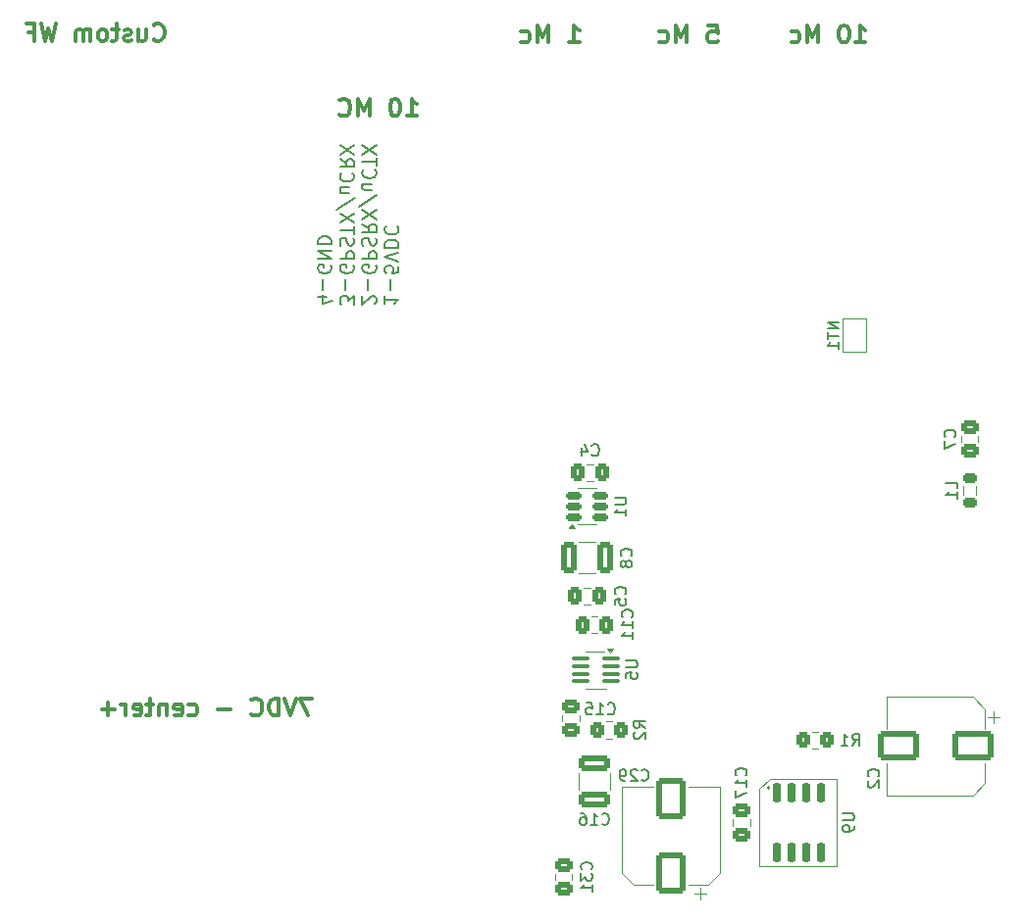
<source format=gbo>
G04 #@! TF.GenerationSoftware,KiCad,Pcbnew,7.0.11*
G04 #@! TF.CreationDate,2024-03-19T21:31:16+01:00*
G04 #@! TF.ProjectId,GPSDO,47505344-4f2e-46b6-9963-61645f706362,rev?*
G04 #@! TF.SameCoordinates,Original*
G04 #@! TF.FileFunction,Legend,Bot*
G04 #@! TF.FilePolarity,Positive*
%FSLAX46Y46*%
G04 Gerber Fmt 4.6, Leading zero omitted, Abs format (unit mm)*
G04 Created by KiCad (PCBNEW 7.0.11) date 2024-03-19 21:31:16*
%MOMM*%
%LPD*%
G01*
G04 APERTURE LIST*
G04 Aperture macros list*
%AMRoundRect*
0 Rectangle with rounded corners*
0 $1 Rounding radius*
0 $2 $3 $4 $5 $6 $7 $8 $9 X,Y pos of 4 corners*
0 Add a 4 corners polygon primitive as box body*
4,1,4,$2,$3,$4,$5,$6,$7,$8,$9,$2,$3,0*
0 Add four circle primitives for the rounded corners*
1,1,$1+$1,$2,$3*
1,1,$1+$1,$4,$5*
1,1,$1+$1,$6,$7*
1,1,$1+$1,$8,$9*
0 Add four rect primitives between the rounded corners*
20,1,$1+$1,$2,$3,$4,$5,0*
20,1,$1+$1,$4,$5,$6,$7,0*
20,1,$1+$1,$6,$7,$8,$9,0*
20,1,$1+$1,$8,$9,$2,$3,0*%
%AMFreePoly0*
4,1,6,1.000000,0.000000,0.500000,-0.750000,-0.500000,-0.750000,-0.500000,0.750000,0.500000,0.750000,1.000000,0.000000,1.000000,0.000000,$1*%
%AMFreePoly1*
4,1,6,0.500000,-0.750000,-0.650000,-0.750000,-0.150000,0.000000,-0.650000,0.750000,0.500000,0.750000,0.500000,-0.750000,0.500000,-0.750000,$1*%
G04 Aperture macros list end*
%ADD10C,0.300000*%
%ADD11C,0.200000*%
%ADD12C,0.150000*%
%ADD13C,0.120000*%
%ADD14FreePoly0,270.000000*%
%ADD15FreePoly1,270.000000*%
%ADD16R,2.000000X2.000000*%
%ADD17RoundRect,0.200100X-0.949900X-0.949900X0.949900X-0.949900X0.949900X0.949900X-0.949900X0.949900X0*%
%ADD18C,2.500000*%
%ADD19R,3.500000X3.500000*%
%ADD20C,4.000000*%
%ADD21R,1.600000X1.600000*%
%ADD22C,1.600000*%
%ADD23R,1.700000X1.700000*%
%ADD24O,1.700000X1.700000*%
%ADD25C,0.800000*%
%ADD26C,6.400000*%
%ADD27R,4.600000X2.000000*%
%ADD28O,4.200000X2.000000*%
%ADD29O,2.000000X4.200000*%
%ADD30RoundRect,0.250000X1.000000X-1.500000X1.000000X1.500000X-1.000000X1.500000X-1.000000X-1.500000X0*%
%ADD31RoundRect,0.250000X0.475000X-0.337500X0.475000X0.337500X-0.475000X0.337500X-0.475000X-0.337500X0*%
%ADD32RoundRect,0.250000X0.337500X0.475000X-0.337500X0.475000X-0.337500X-0.475000X0.337500X-0.475000X0*%
%ADD33RoundRect,0.100000X0.680000X0.100000X-0.680000X0.100000X-0.680000X-0.100000X0.680000X-0.100000X0*%
%ADD34RoundRect,0.250000X-1.100000X0.412500X-1.100000X-0.412500X1.100000X-0.412500X1.100000X0.412500X0*%
%ADD35RoundRect,0.250000X-0.475000X0.337500X-0.475000X-0.337500X0.475000X-0.337500X0.475000X0.337500X0*%
%ADD36RoundRect,0.250000X0.412500X1.100000X-0.412500X1.100000X-0.412500X-1.100000X0.412500X-1.100000X0*%
%ADD37RoundRect,0.218750X0.381250X-0.218750X0.381250X0.218750X-0.381250X0.218750X-0.381250X-0.218750X0*%
%ADD38RoundRect,0.250000X1.500000X1.000000X-1.500000X1.000000X-1.500000X-1.000000X1.500000X-1.000000X0*%
%ADD39RoundRect,0.150000X-0.512500X-0.150000X0.512500X-0.150000X0.512500X0.150000X-0.512500X0.150000X0*%
%ADD40RoundRect,0.250000X0.350000X0.450000X-0.350000X0.450000X-0.350000X-0.450000X0.350000X-0.450000X0*%
%ADD41RoundRect,0.150000X-0.150000X0.725000X-0.150000X-0.725000X0.150000X-0.725000X0.150000X0.725000X0*%
G04 APERTURE END LIST*
D10*
X79692285Y-29150328D02*
X80406571Y-29150328D01*
X80406571Y-29150328D02*
X80477999Y-29864614D01*
X80477999Y-29864614D02*
X80406571Y-29793185D01*
X80406571Y-29793185D02*
X80263714Y-29721757D01*
X80263714Y-29721757D02*
X79906571Y-29721757D01*
X79906571Y-29721757D02*
X79763714Y-29793185D01*
X79763714Y-29793185D02*
X79692285Y-29864614D01*
X79692285Y-29864614D02*
X79620856Y-30007471D01*
X79620856Y-30007471D02*
X79620856Y-30364614D01*
X79620856Y-30364614D02*
X79692285Y-30507471D01*
X79692285Y-30507471D02*
X79763714Y-30578900D01*
X79763714Y-30578900D02*
X79906571Y-30650328D01*
X79906571Y-30650328D02*
X80263714Y-30650328D01*
X80263714Y-30650328D02*
X80406571Y-30578900D01*
X80406571Y-30578900D02*
X80477999Y-30507471D01*
X77835143Y-30650328D02*
X77835143Y-29150328D01*
X77835143Y-29150328D02*
X77335143Y-30221757D01*
X77335143Y-30221757D02*
X76835143Y-29150328D01*
X76835143Y-29150328D02*
X76835143Y-30650328D01*
X75478000Y-30578900D02*
X75620857Y-30650328D01*
X75620857Y-30650328D02*
X75906571Y-30650328D01*
X75906571Y-30650328D02*
X76049428Y-30578900D01*
X76049428Y-30578900D02*
X76120857Y-30507471D01*
X76120857Y-30507471D02*
X76192285Y-30364614D01*
X76192285Y-30364614D02*
X76192285Y-29936042D01*
X76192285Y-29936042D02*
X76120857Y-29793185D01*
X76120857Y-29793185D02*
X76049428Y-29721757D01*
X76049428Y-29721757D02*
X75906571Y-29650328D01*
X75906571Y-29650328D02*
X75620857Y-29650328D01*
X75620857Y-29650328D02*
X75478000Y-29721757D01*
X45464856Y-87316328D02*
X44464856Y-87316328D01*
X44464856Y-87316328D02*
X45107713Y-88816328D01*
X44107713Y-87316328D02*
X43607713Y-88816328D01*
X43607713Y-88816328D02*
X43107713Y-87316328D01*
X42607714Y-88816328D02*
X42607714Y-87316328D01*
X42607714Y-87316328D02*
X42250571Y-87316328D01*
X42250571Y-87316328D02*
X42036285Y-87387757D01*
X42036285Y-87387757D02*
X41893428Y-87530614D01*
X41893428Y-87530614D02*
X41821999Y-87673471D01*
X41821999Y-87673471D02*
X41750571Y-87959185D01*
X41750571Y-87959185D02*
X41750571Y-88173471D01*
X41750571Y-88173471D02*
X41821999Y-88459185D01*
X41821999Y-88459185D02*
X41893428Y-88602042D01*
X41893428Y-88602042D02*
X42036285Y-88744900D01*
X42036285Y-88744900D02*
X42250571Y-88816328D01*
X42250571Y-88816328D02*
X42607714Y-88816328D01*
X40250571Y-88673471D02*
X40321999Y-88744900D01*
X40321999Y-88744900D02*
X40536285Y-88816328D01*
X40536285Y-88816328D02*
X40679142Y-88816328D01*
X40679142Y-88816328D02*
X40893428Y-88744900D01*
X40893428Y-88744900D02*
X41036285Y-88602042D01*
X41036285Y-88602042D02*
X41107714Y-88459185D01*
X41107714Y-88459185D02*
X41179142Y-88173471D01*
X41179142Y-88173471D02*
X41179142Y-87959185D01*
X41179142Y-87959185D02*
X41107714Y-87673471D01*
X41107714Y-87673471D02*
X41036285Y-87530614D01*
X41036285Y-87530614D02*
X40893428Y-87387757D01*
X40893428Y-87387757D02*
X40679142Y-87316328D01*
X40679142Y-87316328D02*
X40536285Y-87316328D01*
X40536285Y-87316328D02*
X40321999Y-87387757D01*
X40321999Y-87387757D02*
X40250571Y-87459185D01*
X38464857Y-88244900D02*
X37322000Y-88244900D01*
X34822000Y-88744900D02*
X34964857Y-88816328D01*
X34964857Y-88816328D02*
X35250571Y-88816328D01*
X35250571Y-88816328D02*
X35393428Y-88744900D01*
X35393428Y-88744900D02*
X35464857Y-88673471D01*
X35464857Y-88673471D02*
X35536285Y-88530614D01*
X35536285Y-88530614D02*
X35536285Y-88102042D01*
X35536285Y-88102042D02*
X35464857Y-87959185D01*
X35464857Y-87959185D02*
X35393428Y-87887757D01*
X35393428Y-87887757D02*
X35250571Y-87816328D01*
X35250571Y-87816328D02*
X34964857Y-87816328D01*
X34964857Y-87816328D02*
X34822000Y-87887757D01*
X33607714Y-88744900D02*
X33750571Y-88816328D01*
X33750571Y-88816328D02*
X34036286Y-88816328D01*
X34036286Y-88816328D02*
X34179143Y-88744900D01*
X34179143Y-88744900D02*
X34250571Y-88602042D01*
X34250571Y-88602042D02*
X34250571Y-88030614D01*
X34250571Y-88030614D02*
X34179143Y-87887757D01*
X34179143Y-87887757D02*
X34036286Y-87816328D01*
X34036286Y-87816328D02*
X33750571Y-87816328D01*
X33750571Y-87816328D02*
X33607714Y-87887757D01*
X33607714Y-87887757D02*
X33536286Y-88030614D01*
X33536286Y-88030614D02*
X33536286Y-88173471D01*
X33536286Y-88173471D02*
X34250571Y-88316328D01*
X32893429Y-87816328D02*
X32893429Y-88816328D01*
X32893429Y-87959185D02*
X32822000Y-87887757D01*
X32822000Y-87887757D02*
X32679143Y-87816328D01*
X32679143Y-87816328D02*
X32464857Y-87816328D01*
X32464857Y-87816328D02*
X32322000Y-87887757D01*
X32322000Y-87887757D02*
X32250572Y-88030614D01*
X32250572Y-88030614D02*
X32250572Y-88816328D01*
X31750571Y-87816328D02*
X31179143Y-87816328D01*
X31536286Y-87316328D02*
X31536286Y-88602042D01*
X31536286Y-88602042D02*
X31464857Y-88744900D01*
X31464857Y-88744900D02*
X31322000Y-88816328D01*
X31322000Y-88816328D02*
X31179143Y-88816328D01*
X30107714Y-88744900D02*
X30250571Y-88816328D01*
X30250571Y-88816328D02*
X30536286Y-88816328D01*
X30536286Y-88816328D02*
X30679143Y-88744900D01*
X30679143Y-88744900D02*
X30750571Y-88602042D01*
X30750571Y-88602042D02*
X30750571Y-88030614D01*
X30750571Y-88030614D02*
X30679143Y-87887757D01*
X30679143Y-87887757D02*
X30536286Y-87816328D01*
X30536286Y-87816328D02*
X30250571Y-87816328D01*
X30250571Y-87816328D02*
X30107714Y-87887757D01*
X30107714Y-87887757D02*
X30036286Y-88030614D01*
X30036286Y-88030614D02*
X30036286Y-88173471D01*
X30036286Y-88173471D02*
X30750571Y-88316328D01*
X29393429Y-88816328D02*
X29393429Y-87816328D01*
X29393429Y-88102042D02*
X29322000Y-87959185D01*
X29322000Y-87959185D02*
X29250572Y-87887757D01*
X29250572Y-87887757D02*
X29107714Y-87816328D01*
X29107714Y-87816328D02*
X28964857Y-87816328D01*
X28464858Y-88244900D02*
X27322001Y-88244900D01*
X27893429Y-88816328D02*
X27893429Y-87673471D01*
D11*
X51756257Y-52548136D02*
X51756257Y-53233850D01*
X51756257Y-52890993D02*
X52956257Y-52890993D01*
X52956257Y-52890993D02*
X52784828Y-53005279D01*
X52784828Y-53005279D02*
X52670542Y-53119564D01*
X52670542Y-53119564D02*
X52613400Y-53233850D01*
X52213400Y-52033850D02*
X52213400Y-51119565D01*
X52956257Y-49976708D02*
X52956257Y-50548136D01*
X52956257Y-50548136D02*
X52384828Y-50605279D01*
X52384828Y-50605279D02*
X52441971Y-50548136D01*
X52441971Y-50548136D02*
X52499114Y-50433851D01*
X52499114Y-50433851D02*
X52499114Y-50148136D01*
X52499114Y-50148136D02*
X52441971Y-50033851D01*
X52441971Y-50033851D02*
X52384828Y-49976708D01*
X52384828Y-49976708D02*
X52270542Y-49919565D01*
X52270542Y-49919565D02*
X51984828Y-49919565D01*
X51984828Y-49919565D02*
X51870542Y-49976708D01*
X51870542Y-49976708D02*
X51813400Y-50033851D01*
X51813400Y-50033851D02*
X51756257Y-50148136D01*
X51756257Y-50148136D02*
X51756257Y-50433851D01*
X51756257Y-50433851D02*
X51813400Y-50548136D01*
X51813400Y-50548136D02*
X51870542Y-50605279D01*
X52956257Y-49576708D02*
X51756257Y-49176708D01*
X51756257Y-49176708D02*
X52956257Y-48776708D01*
X51756257Y-48376708D02*
X52956257Y-48376708D01*
X52956257Y-48376708D02*
X52956257Y-48090994D01*
X52956257Y-48090994D02*
X52899114Y-47919565D01*
X52899114Y-47919565D02*
X52784828Y-47805280D01*
X52784828Y-47805280D02*
X52670542Y-47748137D01*
X52670542Y-47748137D02*
X52441971Y-47690994D01*
X52441971Y-47690994D02*
X52270542Y-47690994D01*
X52270542Y-47690994D02*
X52041971Y-47748137D01*
X52041971Y-47748137D02*
X51927685Y-47805280D01*
X51927685Y-47805280D02*
X51813400Y-47919565D01*
X51813400Y-47919565D02*
X51756257Y-48090994D01*
X51756257Y-48090994D02*
X51756257Y-48376708D01*
X51870542Y-46490994D02*
X51813400Y-46548137D01*
X51813400Y-46548137D02*
X51756257Y-46719565D01*
X51756257Y-46719565D02*
X51756257Y-46833851D01*
X51756257Y-46833851D02*
X51813400Y-47005280D01*
X51813400Y-47005280D02*
X51927685Y-47119565D01*
X51927685Y-47119565D02*
X52041971Y-47176708D01*
X52041971Y-47176708D02*
X52270542Y-47233851D01*
X52270542Y-47233851D02*
X52441971Y-47233851D01*
X52441971Y-47233851D02*
X52670542Y-47176708D01*
X52670542Y-47176708D02*
X52784828Y-47119565D01*
X52784828Y-47119565D02*
X52899114Y-47005280D01*
X52899114Y-47005280D02*
X52956257Y-46833851D01*
X52956257Y-46833851D02*
X52956257Y-46719565D01*
X52956257Y-46719565D02*
X52899114Y-46548137D01*
X52899114Y-46548137D02*
X52841971Y-46490994D01*
X50909971Y-53233850D02*
X50967114Y-53176707D01*
X50967114Y-53176707D02*
X51024257Y-53062422D01*
X51024257Y-53062422D02*
X51024257Y-52776707D01*
X51024257Y-52776707D02*
X50967114Y-52662422D01*
X50967114Y-52662422D02*
X50909971Y-52605279D01*
X50909971Y-52605279D02*
X50795685Y-52548136D01*
X50795685Y-52548136D02*
X50681400Y-52548136D01*
X50681400Y-52548136D02*
X50509971Y-52605279D01*
X50509971Y-52605279D02*
X49824257Y-53290993D01*
X49824257Y-53290993D02*
X49824257Y-52548136D01*
X50281400Y-52033850D02*
X50281400Y-51119565D01*
X50967114Y-49919565D02*
X51024257Y-50033851D01*
X51024257Y-50033851D02*
X51024257Y-50205279D01*
X51024257Y-50205279D02*
X50967114Y-50376708D01*
X50967114Y-50376708D02*
X50852828Y-50490993D01*
X50852828Y-50490993D02*
X50738542Y-50548136D01*
X50738542Y-50548136D02*
X50509971Y-50605279D01*
X50509971Y-50605279D02*
X50338542Y-50605279D01*
X50338542Y-50605279D02*
X50109971Y-50548136D01*
X50109971Y-50548136D02*
X49995685Y-50490993D01*
X49995685Y-50490993D02*
X49881400Y-50376708D01*
X49881400Y-50376708D02*
X49824257Y-50205279D01*
X49824257Y-50205279D02*
X49824257Y-50090993D01*
X49824257Y-50090993D02*
X49881400Y-49919565D01*
X49881400Y-49919565D02*
X49938542Y-49862422D01*
X49938542Y-49862422D02*
X50338542Y-49862422D01*
X50338542Y-49862422D02*
X50338542Y-50090993D01*
X49824257Y-49348136D02*
X51024257Y-49348136D01*
X51024257Y-49348136D02*
X51024257Y-48890993D01*
X51024257Y-48890993D02*
X50967114Y-48776708D01*
X50967114Y-48776708D02*
X50909971Y-48719565D01*
X50909971Y-48719565D02*
X50795685Y-48662422D01*
X50795685Y-48662422D02*
X50624257Y-48662422D01*
X50624257Y-48662422D02*
X50509971Y-48719565D01*
X50509971Y-48719565D02*
X50452828Y-48776708D01*
X50452828Y-48776708D02*
X50395685Y-48890993D01*
X50395685Y-48890993D02*
X50395685Y-49348136D01*
X49881400Y-48205279D02*
X49824257Y-48033851D01*
X49824257Y-48033851D02*
X49824257Y-47748136D01*
X49824257Y-47748136D02*
X49881400Y-47633851D01*
X49881400Y-47633851D02*
X49938542Y-47576708D01*
X49938542Y-47576708D02*
X50052828Y-47519565D01*
X50052828Y-47519565D02*
X50167114Y-47519565D01*
X50167114Y-47519565D02*
X50281400Y-47576708D01*
X50281400Y-47576708D02*
X50338542Y-47633851D01*
X50338542Y-47633851D02*
X50395685Y-47748136D01*
X50395685Y-47748136D02*
X50452828Y-47976708D01*
X50452828Y-47976708D02*
X50509971Y-48090993D01*
X50509971Y-48090993D02*
X50567114Y-48148136D01*
X50567114Y-48148136D02*
X50681400Y-48205279D01*
X50681400Y-48205279D02*
X50795685Y-48205279D01*
X50795685Y-48205279D02*
X50909971Y-48148136D01*
X50909971Y-48148136D02*
X50967114Y-48090993D01*
X50967114Y-48090993D02*
X51024257Y-47976708D01*
X51024257Y-47976708D02*
X51024257Y-47690993D01*
X51024257Y-47690993D02*
X50967114Y-47519565D01*
X49824257Y-46319565D02*
X50395685Y-46719565D01*
X49824257Y-47005279D02*
X51024257Y-47005279D01*
X51024257Y-47005279D02*
X51024257Y-46548136D01*
X51024257Y-46548136D02*
X50967114Y-46433851D01*
X50967114Y-46433851D02*
X50909971Y-46376708D01*
X50909971Y-46376708D02*
X50795685Y-46319565D01*
X50795685Y-46319565D02*
X50624257Y-46319565D01*
X50624257Y-46319565D02*
X50509971Y-46376708D01*
X50509971Y-46376708D02*
X50452828Y-46433851D01*
X50452828Y-46433851D02*
X50395685Y-46548136D01*
X50395685Y-46548136D02*
X50395685Y-47005279D01*
X51024257Y-45919565D02*
X49824257Y-45119565D01*
X51024257Y-45119565D02*
X49824257Y-45919565D01*
X51081400Y-43805279D02*
X49538542Y-44833851D01*
X50624257Y-42890994D02*
X49824257Y-42890994D01*
X50624257Y-43405279D02*
X49995685Y-43405279D01*
X49995685Y-43405279D02*
X49881400Y-43348136D01*
X49881400Y-43348136D02*
X49824257Y-43233851D01*
X49824257Y-43233851D02*
X49824257Y-43062422D01*
X49824257Y-43062422D02*
X49881400Y-42948136D01*
X49881400Y-42948136D02*
X49938542Y-42890994D01*
X49938542Y-41633851D02*
X49881400Y-41690994D01*
X49881400Y-41690994D02*
X49824257Y-41862422D01*
X49824257Y-41862422D02*
X49824257Y-41976708D01*
X49824257Y-41976708D02*
X49881400Y-42148137D01*
X49881400Y-42148137D02*
X49995685Y-42262422D01*
X49995685Y-42262422D02*
X50109971Y-42319565D01*
X50109971Y-42319565D02*
X50338542Y-42376708D01*
X50338542Y-42376708D02*
X50509971Y-42376708D01*
X50509971Y-42376708D02*
X50738542Y-42319565D01*
X50738542Y-42319565D02*
X50852828Y-42262422D01*
X50852828Y-42262422D02*
X50967114Y-42148137D01*
X50967114Y-42148137D02*
X51024257Y-41976708D01*
X51024257Y-41976708D02*
X51024257Y-41862422D01*
X51024257Y-41862422D02*
X50967114Y-41690994D01*
X50967114Y-41690994D02*
X50909971Y-41633851D01*
X51024257Y-41290994D02*
X51024257Y-40605280D01*
X49824257Y-40948137D02*
X51024257Y-40948137D01*
X51024257Y-40319565D02*
X49824257Y-39519565D01*
X51024257Y-39519565D02*
X49824257Y-40319565D01*
X49092257Y-53290993D02*
X49092257Y-52548136D01*
X49092257Y-52548136D02*
X48635114Y-52948136D01*
X48635114Y-52948136D02*
X48635114Y-52776707D01*
X48635114Y-52776707D02*
X48577971Y-52662422D01*
X48577971Y-52662422D02*
X48520828Y-52605279D01*
X48520828Y-52605279D02*
X48406542Y-52548136D01*
X48406542Y-52548136D02*
X48120828Y-52548136D01*
X48120828Y-52548136D02*
X48006542Y-52605279D01*
X48006542Y-52605279D02*
X47949400Y-52662422D01*
X47949400Y-52662422D02*
X47892257Y-52776707D01*
X47892257Y-52776707D02*
X47892257Y-53119564D01*
X47892257Y-53119564D02*
X47949400Y-53233850D01*
X47949400Y-53233850D02*
X48006542Y-53290993D01*
X48349400Y-52033850D02*
X48349400Y-51119565D01*
X49035114Y-49919565D02*
X49092257Y-50033851D01*
X49092257Y-50033851D02*
X49092257Y-50205279D01*
X49092257Y-50205279D02*
X49035114Y-50376708D01*
X49035114Y-50376708D02*
X48920828Y-50490993D01*
X48920828Y-50490993D02*
X48806542Y-50548136D01*
X48806542Y-50548136D02*
X48577971Y-50605279D01*
X48577971Y-50605279D02*
X48406542Y-50605279D01*
X48406542Y-50605279D02*
X48177971Y-50548136D01*
X48177971Y-50548136D02*
X48063685Y-50490993D01*
X48063685Y-50490993D02*
X47949400Y-50376708D01*
X47949400Y-50376708D02*
X47892257Y-50205279D01*
X47892257Y-50205279D02*
X47892257Y-50090993D01*
X47892257Y-50090993D02*
X47949400Y-49919565D01*
X47949400Y-49919565D02*
X48006542Y-49862422D01*
X48006542Y-49862422D02*
X48406542Y-49862422D01*
X48406542Y-49862422D02*
X48406542Y-50090993D01*
X47892257Y-49348136D02*
X49092257Y-49348136D01*
X49092257Y-49348136D02*
X49092257Y-48890993D01*
X49092257Y-48890993D02*
X49035114Y-48776708D01*
X49035114Y-48776708D02*
X48977971Y-48719565D01*
X48977971Y-48719565D02*
X48863685Y-48662422D01*
X48863685Y-48662422D02*
X48692257Y-48662422D01*
X48692257Y-48662422D02*
X48577971Y-48719565D01*
X48577971Y-48719565D02*
X48520828Y-48776708D01*
X48520828Y-48776708D02*
X48463685Y-48890993D01*
X48463685Y-48890993D02*
X48463685Y-49348136D01*
X47949400Y-48205279D02*
X47892257Y-48033851D01*
X47892257Y-48033851D02*
X47892257Y-47748136D01*
X47892257Y-47748136D02*
X47949400Y-47633851D01*
X47949400Y-47633851D02*
X48006542Y-47576708D01*
X48006542Y-47576708D02*
X48120828Y-47519565D01*
X48120828Y-47519565D02*
X48235114Y-47519565D01*
X48235114Y-47519565D02*
X48349400Y-47576708D01*
X48349400Y-47576708D02*
X48406542Y-47633851D01*
X48406542Y-47633851D02*
X48463685Y-47748136D01*
X48463685Y-47748136D02*
X48520828Y-47976708D01*
X48520828Y-47976708D02*
X48577971Y-48090993D01*
X48577971Y-48090993D02*
X48635114Y-48148136D01*
X48635114Y-48148136D02*
X48749400Y-48205279D01*
X48749400Y-48205279D02*
X48863685Y-48205279D01*
X48863685Y-48205279D02*
X48977971Y-48148136D01*
X48977971Y-48148136D02*
X49035114Y-48090993D01*
X49035114Y-48090993D02*
X49092257Y-47976708D01*
X49092257Y-47976708D02*
X49092257Y-47690993D01*
X49092257Y-47690993D02*
X49035114Y-47519565D01*
X49092257Y-47176708D02*
X49092257Y-46490994D01*
X47892257Y-46833851D02*
X49092257Y-46833851D01*
X49092257Y-46205279D02*
X47892257Y-45405279D01*
X49092257Y-45405279D02*
X47892257Y-46205279D01*
X49149400Y-44090993D02*
X47606542Y-45119565D01*
X48692257Y-43176708D02*
X47892257Y-43176708D01*
X48692257Y-43690993D02*
X48063685Y-43690993D01*
X48063685Y-43690993D02*
X47949400Y-43633850D01*
X47949400Y-43633850D02*
X47892257Y-43519565D01*
X47892257Y-43519565D02*
X47892257Y-43348136D01*
X47892257Y-43348136D02*
X47949400Y-43233850D01*
X47949400Y-43233850D02*
X48006542Y-43176708D01*
X48006542Y-41919565D02*
X47949400Y-41976708D01*
X47949400Y-41976708D02*
X47892257Y-42148136D01*
X47892257Y-42148136D02*
X47892257Y-42262422D01*
X47892257Y-42262422D02*
X47949400Y-42433851D01*
X47949400Y-42433851D02*
X48063685Y-42548136D01*
X48063685Y-42548136D02*
X48177971Y-42605279D01*
X48177971Y-42605279D02*
X48406542Y-42662422D01*
X48406542Y-42662422D02*
X48577971Y-42662422D01*
X48577971Y-42662422D02*
X48806542Y-42605279D01*
X48806542Y-42605279D02*
X48920828Y-42548136D01*
X48920828Y-42548136D02*
X49035114Y-42433851D01*
X49035114Y-42433851D02*
X49092257Y-42262422D01*
X49092257Y-42262422D02*
X49092257Y-42148136D01*
X49092257Y-42148136D02*
X49035114Y-41976708D01*
X49035114Y-41976708D02*
X48977971Y-41919565D01*
X47892257Y-40719565D02*
X48463685Y-41119565D01*
X47892257Y-41405279D02*
X49092257Y-41405279D01*
X49092257Y-41405279D02*
X49092257Y-40948136D01*
X49092257Y-40948136D02*
X49035114Y-40833851D01*
X49035114Y-40833851D02*
X48977971Y-40776708D01*
X48977971Y-40776708D02*
X48863685Y-40719565D01*
X48863685Y-40719565D02*
X48692257Y-40719565D01*
X48692257Y-40719565D02*
X48577971Y-40776708D01*
X48577971Y-40776708D02*
X48520828Y-40833851D01*
X48520828Y-40833851D02*
X48463685Y-40948136D01*
X48463685Y-40948136D02*
X48463685Y-41405279D01*
X49092257Y-40319565D02*
X47892257Y-39519565D01*
X49092257Y-39519565D02*
X47892257Y-40319565D01*
X46760257Y-52662422D02*
X45960257Y-52662422D01*
X47217400Y-52948136D02*
X46360257Y-53233850D01*
X46360257Y-53233850D02*
X46360257Y-52490993D01*
X46417400Y-52033850D02*
X46417400Y-51119565D01*
X47103114Y-49919565D02*
X47160257Y-50033851D01*
X47160257Y-50033851D02*
X47160257Y-50205279D01*
X47160257Y-50205279D02*
X47103114Y-50376708D01*
X47103114Y-50376708D02*
X46988828Y-50490993D01*
X46988828Y-50490993D02*
X46874542Y-50548136D01*
X46874542Y-50548136D02*
X46645971Y-50605279D01*
X46645971Y-50605279D02*
X46474542Y-50605279D01*
X46474542Y-50605279D02*
X46245971Y-50548136D01*
X46245971Y-50548136D02*
X46131685Y-50490993D01*
X46131685Y-50490993D02*
X46017400Y-50376708D01*
X46017400Y-50376708D02*
X45960257Y-50205279D01*
X45960257Y-50205279D02*
X45960257Y-50090993D01*
X45960257Y-50090993D02*
X46017400Y-49919565D01*
X46017400Y-49919565D02*
X46074542Y-49862422D01*
X46074542Y-49862422D02*
X46474542Y-49862422D01*
X46474542Y-49862422D02*
X46474542Y-50090993D01*
X45960257Y-49348136D02*
X47160257Y-49348136D01*
X47160257Y-49348136D02*
X45960257Y-48662422D01*
X45960257Y-48662422D02*
X47160257Y-48662422D01*
X45960257Y-48090993D02*
X47160257Y-48090993D01*
X47160257Y-48090993D02*
X47160257Y-47805279D01*
X47160257Y-47805279D02*
X47103114Y-47633850D01*
X47103114Y-47633850D02*
X46988828Y-47519565D01*
X46988828Y-47519565D02*
X46874542Y-47462422D01*
X46874542Y-47462422D02*
X46645971Y-47405279D01*
X46645971Y-47405279D02*
X46474542Y-47405279D01*
X46474542Y-47405279D02*
X46245971Y-47462422D01*
X46245971Y-47462422D02*
X46131685Y-47519565D01*
X46131685Y-47519565D02*
X46017400Y-47633850D01*
X46017400Y-47633850D02*
X45960257Y-47805279D01*
X45960257Y-47805279D02*
X45960257Y-48090993D01*
D10*
X31797000Y-30380471D02*
X31868428Y-30451900D01*
X31868428Y-30451900D02*
X32082714Y-30523328D01*
X32082714Y-30523328D02*
X32225571Y-30523328D01*
X32225571Y-30523328D02*
X32439857Y-30451900D01*
X32439857Y-30451900D02*
X32582714Y-30309042D01*
X32582714Y-30309042D02*
X32654143Y-30166185D01*
X32654143Y-30166185D02*
X32725571Y-29880471D01*
X32725571Y-29880471D02*
X32725571Y-29666185D01*
X32725571Y-29666185D02*
X32654143Y-29380471D01*
X32654143Y-29380471D02*
X32582714Y-29237614D01*
X32582714Y-29237614D02*
X32439857Y-29094757D01*
X32439857Y-29094757D02*
X32225571Y-29023328D01*
X32225571Y-29023328D02*
X32082714Y-29023328D01*
X32082714Y-29023328D02*
X31868428Y-29094757D01*
X31868428Y-29094757D02*
X31797000Y-29166185D01*
X30511286Y-29523328D02*
X30511286Y-30523328D01*
X31154143Y-29523328D02*
X31154143Y-30309042D01*
X31154143Y-30309042D02*
X31082714Y-30451900D01*
X31082714Y-30451900D02*
X30939857Y-30523328D01*
X30939857Y-30523328D02*
X30725571Y-30523328D01*
X30725571Y-30523328D02*
X30582714Y-30451900D01*
X30582714Y-30451900D02*
X30511286Y-30380471D01*
X29868428Y-30451900D02*
X29725571Y-30523328D01*
X29725571Y-30523328D02*
X29439857Y-30523328D01*
X29439857Y-30523328D02*
X29297000Y-30451900D01*
X29297000Y-30451900D02*
X29225571Y-30309042D01*
X29225571Y-30309042D02*
X29225571Y-30237614D01*
X29225571Y-30237614D02*
X29297000Y-30094757D01*
X29297000Y-30094757D02*
X29439857Y-30023328D01*
X29439857Y-30023328D02*
X29654143Y-30023328D01*
X29654143Y-30023328D02*
X29797000Y-29951900D01*
X29797000Y-29951900D02*
X29868428Y-29809042D01*
X29868428Y-29809042D02*
X29868428Y-29737614D01*
X29868428Y-29737614D02*
X29797000Y-29594757D01*
X29797000Y-29594757D02*
X29654143Y-29523328D01*
X29654143Y-29523328D02*
X29439857Y-29523328D01*
X29439857Y-29523328D02*
X29297000Y-29594757D01*
X28796999Y-29523328D02*
X28225571Y-29523328D01*
X28582714Y-29023328D02*
X28582714Y-30309042D01*
X28582714Y-30309042D02*
X28511285Y-30451900D01*
X28511285Y-30451900D02*
X28368428Y-30523328D01*
X28368428Y-30523328D02*
X28225571Y-30523328D01*
X27511285Y-30523328D02*
X27654142Y-30451900D01*
X27654142Y-30451900D02*
X27725571Y-30380471D01*
X27725571Y-30380471D02*
X27796999Y-30237614D01*
X27796999Y-30237614D02*
X27796999Y-29809042D01*
X27796999Y-29809042D02*
X27725571Y-29666185D01*
X27725571Y-29666185D02*
X27654142Y-29594757D01*
X27654142Y-29594757D02*
X27511285Y-29523328D01*
X27511285Y-29523328D02*
X27296999Y-29523328D01*
X27296999Y-29523328D02*
X27154142Y-29594757D01*
X27154142Y-29594757D02*
X27082714Y-29666185D01*
X27082714Y-29666185D02*
X27011285Y-29809042D01*
X27011285Y-29809042D02*
X27011285Y-30237614D01*
X27011285Y-30237614D02*
X27082714Y-30380471D01*
X27082714Y-30380471D02*
X27154142Y-30451900D01*
X27154142Y-30451900D02*
X27296999Y-30523328D01*
X27296999Y-30523328D02*
X27511285Y-30523328D01*
X26368428Y-30523328D02*
X26368428Y-29523328D01*
X26368428Y-29666185D02*
X26296999Y-29594757D01*
X26296999Y-29594757D02*
X26154142Y-29523328D01*
X26154142Y-29523328D02*
X25939856Y-29523328D01*
X25939856Y-29523328D02*
X25796999Y-29594757D01*
X25796999Y-29594757D02*
X25725571Y-29737614D01*
X25725571Y-29737614D02*
X25725571Y-30523328D01*
X25725571Y-29737614D02*
X25654142Y-29594757D01*
X25654142Y-29594757D02*
X25511285Y-29523328D01*
X25511285Y-29523328D02*
X25296999Y-29523328D01*
X25296999Y-29523328D02*
X25154142Y-29594757D01*
X25154142Y-29594757D02*
X25082713Y-29737614D01*
X25082713Y-29737614D02*
X25082713Y-30523328D01*
X23368428Y-29023328D02*
X23011285Y-30523328D01*
X23011285Y-30523328D02*
X22725571Y-29451900D01*
X22725571Y-29451900D02*
X22439856Y-30523328D01*
X22439856Y-30523328D02*
X22082714Y-29023328D01*
X21011285Y-29737614D02*
X21511285Y-29737614D01*
X21511285Y-30523328D02*
X21511285Y-29023328D01*
X21511285Y-29023328D02*
X20796999Y-29023328D01*
X67682856Y-30650328D02*
X68539999Y-30650328D01*
X68111428Y-30650328D02*
X68111428Y-29150328D01*
X68111428Y-29150328D02*
X68254285Y-29364614D01*
X68254285Y-29364614D02*
X68397142Y-29507471D01*
X68397142Y-29507471D02*
X68539999Y-29578900D01*
X65897143Y-30650328D02*
X65897143Y-29150328D01*
X65897143Y-29150328D02*
X65397143Y-30221757D01*
X65397143Y-30221757D02*
X64897143Y-29150328D01*
X64897143Y-29150328D02*
X64897143Y-30650328D01*
X63540000Y-30578900D02*
X63682857Y-30650328D01*
X63682857Y-30650328D02*
X63968571Y-30650328D01*
X63968571Y-30650328D02*
X64111428Y-30578900D01*
X64111428Y-30578900D02*
X64182857Y-30507471D01*
X64182857Y-30507471D02*
X64254285Y-30364614D01*
X64254285Y-30364614D02*
X64254285Y-29936042D01*
X64254285Y-29936042D02*
X64182857Y-29793185D01*
X64182857Y-29793185D02*
X64111428Y-29721757D01*
X64111428Y-29721757D02*
X63968571Y-29650328D01*
X63968571Y-29650328D02*
X63682857Y-29650328D01*
X63682857Y-29650328D02*
X63540000Y-29721757D01*
X92400141Y-30650328D02*
X93257284Y-30650328D01*
X92828713Y-30650328D02*
X92828713Y-29150328D01*
X92828713Y-29150328D02*
X92971570Y-29364614D01*
X92971570Y-29364614D02*
X93114427Y-29507471D01*
X93114427Y-29507471D02*
X93257284Y-29578900D01*
X91471570Y-29150328D02*
X91328713Y-29150328D01*
X91328713Y-29150328D02*
X91185856Y-29221757D01*
X91185856Y-29221757D02*
X91114428Y-29293185D01*
X91114428Y-29293185D02*
X91042999Y-29436042D01*
X91042999Y-29436042D02*
X90971570Y-29721757D01*
X90971570Y-29721757D02*
X90971570Y-30078900D01*
X90971570Y-30078900D02*
X91042999Y-30364614D01*
X91042999Y-30364614D02*
X91114428Y-30507471D01*
X91114428Y-30507471D02*
X91185856Y-30578900D01*
X91185856Y-30578900D02*
X91328713Y-30650328D01*
X91328713Y-30650328D02*
X91471570Y-30650328D01*
X91471570Y-30650328D02*
X91614428Y-30578900D01*
X91614428Y-30578900D02*
X91685856Y-30507471D01*
X91685856Y-30507471D02*
X91757285Y-30364614D01*
X91757285Y-30364614D02*
X91828713Y-30078900D01*
X91828713Y-30078900D02*
X91828713Y-29721757D01*
X91828713Y-29721757D02*
X91757285Y-29436042D01*
X91757285Y-29436042D02*
X91685856Y-29293185D01*
X91685856Y-29293185D02*
X91614428Y-29221757D01*
X91614428Y-29221757D02*
X91471570Y-29150328D01*
X89185857Y-30650328D02*
X89185857Y-29150328D01*
X89185857Y-29150328D02*
X88685857Y-30221757D01*
X88685857Y-30221757D02*
X88185857Y-29150328D01*
X88185857Y-29150328D02*
X88185857Y-30650328D01*
X86828714Y-30578900D02*
X86971571Y-30650328D01*
X86971571Y-30650328D02*
X87257285Y-30650328D01*
X87257285Y-30650328D02*
X87400142Y-30578900D01*
X87400142Y-30578900D02*
X87471571Y-30507471D01*
X87471571Y-30507471D02*
X87542999Y-30364614D01*
X87542999Y-30364614D02*
X87542999Y-29936042D01*
X87542999Y-29936042D02*
X87471571Y-29793185D01*
X87471571Y-29793185D02*
X87400142Y-29721757D01*
X87400142Y-29721757D02*
X87257285Y-29650328D01*
X87257285Y-29650328D02*
X86971571Y-29650328D01*
X86971571Y-29650328D02*
X86828714Y-29721757D01*
X53645284Y-37000328D02*
X54502427Y-37000328D01*
X54073856Y-37000328D02*
X54073856Y-35500328D01*
X54073856Y-35500328D02*
X54216713Y-35714614D01*
X54216713Y-35714614D02*
X54359570Y-35857471D01*
X54359570Y-35857471D02*
X54502427Y-35928900D01*
X52716713Y-35500328D02*
X52573856Y-35500328D01*
X52573856Y-35500328D02*
X52430999Y-35571757D01*
X52430999Y-35571757D02*
X52359571Y-35643185D01*
X52359571Y-35643185D02*
X52288142Y-35786042D01*
X52288142Y-35786042D02*
X52216713Y-36071757D01*
X52216713Y-36071757D02*
X52216713Y-36428900D01*
X52216713Y-36428900D02*
X52288142Y-36714614D01*
X52288142Y-36714614D02*
X52359571Y-36857471D01*
X52359571Y-36857471D02*
X52430999Y-36928900D01*
X52430999Y-36928900D02*
X52573856Y-37000328D01*
X52573856Y-37000328D02*
X52716713Y-37000328D01*
X52716713Y-37000328D02*
X52859571Y-36928900D01*
X52859571Y-36928900D02*
X52930999Y-36857471D01*
X52930999Y-36857471D02*
X53002428Y-36714614D01*
X53002428Y-36714614D02*
X53073856Y-36428900D01*
X53073856Y-36428900D02*
X53073856Y-36071757D01*
X53073856Y-36071757D02*
X53002428Y-35786042D01*
X53002428Y-35786042D02*
X52930999Y-35643185D01*
X52930999Y-35643185D02*
X52859571Y-35571757D01*
X52859571Y-35571757D02*
X52716713Y-35500328D01*
X50431000Y-37000328D02*
X50431000Y-35500328D01*
X50431000Y-35500328D02*
X49931000Y-36571757D01*
X49931000Y-36571757D02*
X49431000Y-35500328D01*
X49431000Y-35500328D02*
X49431000Y-37000328D01*
X47859571Y-36857471D02*
X47930999Y-36928900D01*
X47930999Y-36928900D02*
X48145285Y-37000328D01*
X48145285Y-37000328D02*
X48288142Y-37000328D01*
X48288142Y-37000328D02*
X48502428Y-36928900D01*
X48502428Y-36928900D02*
X48645285Y-36786042D01*
X48645285Y-36786042D02*
X48716714Y-36643185D01*
X48716714Y-36643185D02*
X48788142Y-36357471D01*
X48788142Y-36357471D02*
X48788142Y-36143185D01*
X48788142Y-36143185D02*
X48716714Y-35857471D01*
X48716714Y-35857471D02*
X48645285Y-35714614D01*
X48645285Y-35714614D02*
X48502428Y-35571757D01*
X48502428Y-35571757D02*
X48288142Y-35500328D01*
X48288142Y-35500328D02*
X48145285Y-35500328D01*
X48145285Y-35500328D02*
X47930999Y-35571757D01*
X47930999Y-35571757D02*
X47859571Y-35643185D01*
D12*
X90958419Y-54787943D02*
X89958419Y-54787943D01*
X89958419Y-54787943D02*
X90958419Y-55359371D01*
X90958419Y-55359371D02*
X89958419Y-55359371D01*
X89958419Y-55692705D02*
X89958419Y-56264133D01*
X90958419Y-55978419D02*
X89958419Y-55978419D01*
X90958419Y-57121276D02*
X90958419Y-56549848D01*
X90958419Y-56835562D02*
X89958419Y-56835562D01*
X89958419Y-56835562D02*
X90101276Y-56740324D01*
X90101276Y-56740324D02*
X90196514Y-56645086D01*
X90196514Y-56645086D02*
X90244133Y-56549848D01*
X73921857Y-94339580D02*
X73969476Y-94387200D01*
X73969476Y-94387200D02*
X74112333Y-94434819D01*
X74112333Y-94434819D02*
X74207571Y-94434819D01*
X74207571Y-94434819D02*
X74350428Y-94387200D01*
X74350428Y-94387200D02*
X74445666Y-94291961D01*
X74445666Y-94291961D02*
X74493285Y-94196723D01*
X74493285Y-94196723D02*
X74540904Y-94006247D01*
X74540904Y-94006247D02*
X74540904Y-93863390D01*
X74540904Y-93863390D02*
X74493285Y-93672914D01*
X74493285Y-93672914D02*
X74445666Y-93577676D01*
X74445666Y-93577676D02*
X74350428Y-93482438D01*
X74350428Y-93482438D02*
X74207571Y-93434819D01*
X74207571Y-93434819D02*
X74112333Y-93434819D01*
X74112333Y-93434819D02*
X73969476Y-93482438D01*
X73969476Y-93482438D02*
X73921857Y-93530057D01*
X73540904Y-93530057D02*
X73493285Y-93482438D01*
X73493285Y-93482438D02*
X73398047Y-93434819D01*
X73398047Y-93434819D02*
X73159952Y-93434819D01*
X73159952Y-93434819D02*
X73064714Y-93482438D01*
X73064714Y-93482438D02*
X73017095Y-93530057D01*
X73017095Y-93530057D02*
X72969476Y-93625295D01*
X72969476Y-93625295D02*
X72969476Y-93720533D01*
X72969476Y-93720533D02*
X73017095Y-93863390D01*
X73017095Y-93863390D02*
X73588523Y-94434819D01*
X73588523Y-94434819D02*
X72969476Y-94434819D01*
X72493285Y-94434819D02*
X72302809Y-94434819D01*
X72302809Y-94434819D02*
X72207571Y-94387200D01*
X72207571Y-94387200D02*
X72159952Y-94339580D01*
X72159952Y-94339580D02*
X72064714Y-94196723D01*
X72064714Y-94196723D02*
X72017095Y-94006247D01*
X72017095Y-94006247D02*
X72017095Y-93625295D01*
X72017095Y-93625295D02*
X72064714Y-93530057D01*
X72064714Y-93530057D02*
X72112333Y-93482438D01*
X72112333Y-93482438D02*
X72207571Y-93434819D01*
X72207571Y-93434819D02*
X72398047Y-93434819D01*
X72398047Y-93434819D02*
X72493285Y-93482438D01*
X72493285Y-93482438D02*
X72540904Y-93530057D01*
X72540904Y-93530057D02*
X72588523Y-93625295D01*
X72588523Y-93625295D02*
X72588523Y-93863390D01*
X72588523Y-93863390D02*
X72540904Y-93958628D01*
X72540904Y-93958628D02*
X72493285Y-94006247D01*
X72493285Y-94006247D02*
X72398047Y-94053866D01*
X72398047Y-94053866D02*
X72207571Y-94053866D01*
X72207571Y-94053866D02*
X72112333Y-94006247D01*
X72112333Y-94006247D02*
X72064714Y-93958628D01*
X72064714Y-93958628D02*
X72017095Y-93863390D01*
X82909580Y-93972142D02*
X82957200Y-93924523D01*
X82957200Y-93924523D02*
X83004819Y-93781666D01*
X83004819Y-93781666D02*
X83004819Y-93686428D01*
X83004819Y-93686428D02*
X82957200Y-93543571D01*
X82957200Y-93543571D02*
X82861961Y-93448333D01*
X82861961Y-93448333D02*
X82766723Y-93400714D01*
X82766723Y-93400714D02*
X82576247Y-93353095D01*
X82576247Y-93353095D02*
X82433390Y-93353095D01*
X82433390Y-93353095D02*
X82242914Y-93400714D01*
X82242914Y-93400714D02*
X82147676Y-93448333D01*
X82147676Y-93448333D02*
X82052438Y-93543571D01*
X82052438Y-93543571D02*
X82004819Y-93686428D01*
X82004819Y-93686428D02*
X82004819Y-93781666D01*
X82004819Y-93781666D02*
X82052438Y-93924523D01*
X82052438Y-93924523D02*
X82100057Y-93972142D01*
X83004819Y-94924523D02*
X83004819Y-94353095D01*
X83004819Y-94638809D02*
X82004819Y-94638809D01*
X82004819Y-94638809D02*
X82147676Y-94543571D01*
X82147676Y-94543571D02*
X82242914Y-94448333D01*
X82242914Y-94448333D02*
X82290533Y-94353095D01*
X82004819Y-95257857D02*
X82004819Y-95924523D01*
X82004819Y-95924523D02*
X83004819Y-95495952D01*
X73083580Y-80288642D02*
X73131200Y-80241023D01*
X73131200Y-80241023D02*
X73178819Y-80098166D01*
X73178819Y-80098166D02*
X73178819Y-80002928D01*
X73178819Y-80002928D02*
X73131200Y-79860071D01*
X73131200Y-79860071D02*
X73035961Y-79764833D01*
X73035961Y-79764833D02*
X72940723Y-79717214D01*
X72940723Y-79717214D02*
X72750247Y-79669595D01*
X72750247Y-79669595D02*
X72607390Y-79669595D01*
X72607390Y-79669595D02*
X72416914Y-79717214D01*
X72416914Y-79717214D02*
X72321676Y-79764833D01*
X72321676Y-79764833D02*
X72226438Y-79860071D01*
X72226438Y-79860071D02*
X72178819Y-80002928D01*
X72178819Y-80002928D02*
X72178819Y-80098166D01*
X72178819Y-80098166D02*
X72226438Y-80241023D01*
X72226438Y-80241023D02*
X72274057Y-80288642D01*
X73178819Y-81241023D02*
X73178819Y-80669595D01*
X73178819Y-80955309D02*
X72178819Y-80955309D01*
X72178819Y-80955309D02*
X72321676Y-80860071D01*
X72321676Y-80860071D02*
X72416914Y-80764833D01*
X72416914Y-80764833D02*
X72464533Y-80669595D01*
X73178819Y-82193404D02*
X73178819Y-81621976D01*
X73178819Y-81907690D02*
X72178819Y-81907690D01*
X72178819Y-81907690D02*
X72321676Y-81812452D01*
X72321676Y-81812452D02*
X72416914Y-81717214D01*
X72416914Y-81717214D02*
X72464533Y-81621976D01*
X72495580Y-78319333D02*
X72543200Y-78271714D01*
X72543200Y-78271714D02*
X72590819Y-78128857D01*
X72590819Y-78128857D02*
X72590819Y-78033619D01*
X72590819Y-78033619D02*
X72543200Y-77890762D01*
X72543200Y-77890762D02*
X72447961Y-77795524D01*
X72447961Y-77795524D02*
X72352723Y-77747905D01*
X72352723Y-77747905D02*
X72162247Y-77700286D01*
X72162247Y-77700286D02*
X72019390Y-77700286D01*
X72019390Y-77700286D02*
X71828914Y-77747905D01*
X71828914Y-77747905D02*
X71733676Y-77795524D01*
X71733676Y-77795524D02*
X71638438Y-77890762D01*
X71638438Y-77890762D02*
X71590819Y-78033619D01*
X71590819Y-78033619D02*
X71590819Y-78128857D01*
X71590819Y-78128857D02*
X71638438Y-78271714D01*
X71638438Y-78271714D02*
X71686057Y-78319333D01*
X71590819Y-79224095D02*
X71590819Y-78747905D01*
X71590819Y-78747905D02*
X72067009Y-78700286D01*
X72067009Y-78700286D02*
X72019390Y-78747905D01*
X72019390Y-78747905D02*
X71971771Y-78843143D01*
X71971771Y-78843143D02*
X71971771Y-79081238D01*
X71971771Y-79081238D02*
X72019390Y-79176476D01*
X72019390Y-79176476D02*
X72067009Y-79224095D01*
X72067009Y-79224095D02*
X72162247Y-79271714D01*
X72162247Y-79271714D02*
X72400342Y-79271714D01*
X72400342Y-79271714D02*
X72495580Y-79224095D01*
X72495580Y-79224095D02*
X72543200Y-79176476D01*
X72543200Y-79176476D02*
X72590819Y-79081238D01*
X72590819Y-79081238D02*
X72590819Y-78843143D01*
X72590819Y-78843143D02*
X72543200Y-78747905D01*
X72543200Y-78747905D02*
X72495580Y-78700286D01*
X72559819Y-84074095D02*
X73369342Y-84074095D01*
X73369342Y-84074095D02*
X73464580Y-84121714D01*
X73464580Y-84121714D02*
X73512200Y-84169333D01*
X73512200Y-84169333D02*
X73559819Y-84264571D01*
X73559819Y-84264571D02*
X73559819Y-84455047D01*
X73559819Y-84455047D02*
X73512200Y-84550285D01*
X73512200Y-84550285D02*
X73464580Y-84597904D01*
X73464580Y-84597904D02*
X73369342Y-84645523D01*
X73369342Y-84645523D02*
X72559819Y-84645523D01*
X72559819Y-85597904D02*
X72559819Y-85121714D01*
X72559819Y-85121714D02*
X73036009Y-85074095D01*
X73036009Y-85074095D02*
X72988390Y-85121714D01*
X72988390Y-85121714D02*
X72940771Y-85216952D01*
X72940771Y-85216952D02*
X72940771Y-85455047D01*
X72940771Y-85455047D02*
X72988390Y-85550285D01*
X72988390Y-85550285D02*
X73036009Y-85597904D01*
X73036009Y-85597904D02*
X73131247Y-85645523D01*
X73131247Y-85645523D02*
X73369342Y-85645523D01*
X73369342Y-85645523D02*
X73464580Y-85597904D01*
X73464580Y-85597904D02*
X73512200Y-85550285D01*
X73512200Y-85550285D02*
X73559819Y-85455047D01*
X73559819Y-85455047D02*
X73559819Y-85216952D01*
X73559819Y-85216952D02*
X73512200Y-85121714D01*
X73512200Y-85121714D02*
X73464580Y-85074095D01*
X70492857Y-98149580D02*
X70540476Y-98197200D01*
X70540476Y-98197200D02*
X70683333Y-98244819D01*
X70683333Y-98244819D02*
X70778571Y-98244819D01*
X70778571Y-98244819D02*
X70921428Y-98197200D01*
X70921428Y-98197200D02*
X71016666Y-98101961D01*
X71016666Y-98101961D02*
X71064285Y-98006723D01*
X71064285Y-98006723D02*
X71111904Y-97816247D01*
X71111904Y-97816247D02*
X71111904Y-97673390D01*
X71111904Y-97673390D02*
X71064285Y-97482914D01*
X71064285Y-97482914D02*
X71016666Y-97387676D01*
X71016666Y-97387676D02*
X70921428Y-97292438D01*
X70921428Y-97292438D02*
X70778571Y-97244819D01*
X70778571Y-97244819D02*
X70683333Y-97244819D01*
X70683333Y-97244819D02*
X70540476Y-97292438D01*
X70540476Y-97292438D02*
X70492857Y-97340057D01*
X69540476Y-98244819D02*
X70111904Y-98244819D01*
X69826190Y-98244819D02*
X69826190Y-97244819D01*
X69826190Y-97244819D02*
X69921428Y-97387676D01*
X69921428Y-97387676D02*
X70016666Y-97482914D01*
X70016666Y-97482914D02*
X70111904Y-97530533D01*
X68683333Y-97244819D02*
X68873809Y-97244819D01*
X68873809Y-97244819D02*
X68969047Y-97292438D01*
X68969047Y-97292438D02*
X69016666Y-97340057D01*
X69016666Y-97340057D02*
X69111904Y-97482914D01*
X69111904Y-97482914D02*
X69159523Y-97673390D01*
X69159523Y-97673390D02*
X69159523Y-98054342D01*
X69159523Y-98054342D02*
X69111904Y-98149580D01*
X69111904Y-98149580D02*
X69064285Y-98197200D01*
X69064285Y-98197200D02*
X68969047Y-98244819D01*
X68969047Y-98244819D02*
X68778571Y-98244819D01*
X68778571Y-98244819D02*
X68683333Y-98197200D01*
X68683333Y-98197200D02*
X68635714Y-98149580D01*
X68635714Y-98149580D02*
X68588095Y-98054342D01*
X68588095Y-98054342D02*
X68588095Y-97816247D01*
X68588095Y-97816247D02*
X68635714Y-97721009D01*
X68635714Y-97721009D02*
X68683333Y-97673390D01*
X68683333Y-97673390D02*
X68778571Y-97625771D01*
X68778571Y-97625771D02*
X68969047Y-97625771D01*
X68969047Y-97625771D02*
X69064285Y-97673390D01*
X69064285Y-97673390D02*
X69111904Y-97721009D01*
X69111904Y-97721009D02*
X69159523Y-97816247D01*
X69635666Y-66272580D02*
X69683285Y-66320200D01*
X69683285Y-66320200D02*
X69826142Y-66367819D01*
X69826142Y-66367819D02*
X69921380Y-66367819D01*
X69921380Y-66367819D02*
X70064237Y-66320200D01*
X70064237Y-66320200D02*
X70159475Y-66224961D01*
X70159475Y-66224961D02*
X70207094Y-66129723D01*
X70207094Y-66129723D02*
X70254713Y-65939247D01*
X70254713Y-65939247D02*
X70254713Y-65796390D01*
X70254713Y-65796390D02*
X70207094Y-65605914D01*
X70207094Y-65605914D02*
X70159475Y-65510676D01*
X70159475Y-65510676D02*
X70064237Y-65415438D01*
X70064237Y-65415438D02*
X69921380Y-65367819D01*
X69921380Y-65367819D02*
X69826142Y-65367819D01*
X69826142Y-65367819D02*
X69683285Y-65415438D01*
X69683285Y-65415438D02*
X69635666Y-65463057D01*
X68778523Y-65701152D02*
X68778523Y-66367819D01*
X69016618Y-65320200D02*
X69254713Y-66034485D01*
X69254713Y-66034485D02*
X68635666Y-66034485D01*
X69574580Y-102100142D02*
X69622200Y-102052523D01*
X69622200Y-102052523D02*
X69669819Y-101909666D01*
X69669819Y-101909666D02*
X69669819Y-101814428D01*
X69669819Y-101814428D02*
X69622200Y-101671571D01*
X69622200Y-101671571D02*
X69526961Y-101576333D01*
X69526961Y-101576333D02*
X69431723Y-101528714D01*
X69431723Y-101528714D02*
X69241247Y-101481095D01*
X69241247Y-101481095D02*
X69098390Y-101481095D01*
X69098390Y-101481095D02*
X68907914Y-101528714D01*
X68907914Y-101528714D02*
X68812676Y-101576333D01*
X68812676Y-101576333D02*
X68717438Y-101671571D01*
X68717438Y-101671571D02*
X68669819Y-101814428D01*
X68669819Y-101814428D02*
X68669819Y-101909666D01*
X68669819Y-101909666D02*
X68717438Y-102052523D01*
X68717438Y-102052523D02*
X68765057Y-102100142D01*
X68669819Y-102433476D02*
X68669819Y-103052523D01*
X68669819Y-103052523D02*
X69050771Y-102719190D01*
X69050771Y-102719190D02*
X69050771Y-102862047D01*
X69050771Y-102862047D02*
X69098390Y-102957285D01*
X69098390Y-102957285D02*
X69146009Y-103004904D01*
X69146009Y-103004904D02*
X69241247Y-103052523D01*
X69241247Y-103052523D02*
X69479342Y-103052523D01*
X69479342Y-103052523D02*
X69574580Y-103004904D01*
X69574580Y-103004904D02*
X69622200Y-102957285D01*
X69622200Y-102957285D02*
X69669819Y-102862047D01*
X69669819Y-102862047D02*
X69669819Y-102576333D01*
X69669819Y-102576333D02*
X69622200Y-102481095D01*
X69622200Y-102481095D02*
X69574580Y-102433476D01*
X69669819Y-104004904D02*
X69669819Y-103433476D01*
X69669819Y-103719190D02*
X68669819Y-103719190D01*
X68669819Y-103719190D02*
X68812676Y-103623952D01*
X68812676Y-103623952D02*
X68907914Y-103528714D01*
X68907914Y-103528714D02*
X68955533Y-103433476D01*
X71000857Y-88624580D02*
X71048476Y-88672200D01*
X71048476Y-88672200D02*
X71191333Y-88719819D01*
X71191333Y-88719819D02*
X71286571Y-88719819D01*
X71286571Y-88719819D02*
X71429428Y-88672200D01*
X71429428Y-88672200D02*
X71524666Y-88576961D01*
X71524666Y-88576961D02*
X71572285Y-88481723D01*
X71572285Y-88481723D02*
X71619904Y-88291247D01*
X71619904Y-88291247D02*
X71619904Y-88148390D01*
X71619904Y-88148390D02*
X71572285Y-87957914D01*
X71572285Y-87957914D02*
X71524666Y-87862676D01*
X71524666Y-87862676D02*
X71429428Y-87767438D01*
X71429428Y-87767438D02*
X71286571Y-87719819D01*
X71286571Y-87719819D02*
X71191333Y-87719819D01*
X71191333Y-87719819D02*
X71048476Y-87767438D01*
X71048476Y-87767438D02*
X71000857Y-87815057D01*
X70048476Y-88719819D02*
X70619904Y-88719819D01*
X70334190Y-88719819D02*
X70334190Y-87719819D01*
X70334190Y-87719819D02*
X70429428Y-87862676D01*
X70429428Y-87862676D02*
X70524666Y-87957914D01*
X70524666Y-87957914D02*
X70619904Y-88005533D01*
X69143714Y-87719819D02*
X69619904Y-87719819D01*
X69619904Y-87719819D02*
X69667523Y-88196009D01*
X69667523Y-88196009D02*
X69619904Y-88148390D01*
X69619904Y-88148390D02*
X69524666Y-88100771D01*
X69524666Y-88100771D02*
X69286571Y-88100771D01*
X69286571Y-88100771D02*
X69191333Y-88148390D01*
X69191333Y-88148390D02*
X69143714Y-88196009D01*
X69143714Y-88196009D02*
X69096095Y-88291247D01*
X69096095Y-88291247D02*
X69096095Y-88529342D01*
X69096095Y-88529342D02*
X69143714Y-88624580D01*
X69143714Y-88624580D02*
X69191333Y-88672200D01*
X69191333Y-88672200D02*
X69286571Y-88719819D01*
X69286571Y-88719819D02*
X69524666Y-88719819D01*
X69524666Y-88719819D02*
X69619904Y-88672200D01*
X69619904Y-88672200D02*
X69667523Y-88624580D01*
X73003580Y-75017333D02*
X73051200Y-74969714D01*
X73051200Y-74969714D02*
X73098819Y-74826857D01*
X73098819Y-74826857D02*
X73098819Y-74731619D01*
X73098819Y-74731619D02*
X73051200Y-74588762D01*
X73051200Y-74588762D02*
X72955961Y-74493524D01*
X72955961Y-74493524D02*
X72860723Y-74445905D01*
X72860723Y-74445905D02*
X72670247Y-74398286D01*
X72670247Y-74398286D02*
X72527390Y-74398286D01*
X72527390Y-74398286D02*
X72336914Y-74445905D01*
X72336914Y-74445905D02*
X72241676Y-74493524D01*
X72241676Y-74493524D02*
X72146438Y-74588762D01*
X72146438Y-74588762D02*
X72098819Y-74731619D01*
X72098819Y-74731619D02*
X72098819Y-74826857D01*
X72098819Y-74826857D02*
X72146438Y-74969714D01*
X72146438Y-74969714D02*
X72194057Y-75017333D01*
X72527390Y-75588762D02*
X72479771Y-75493524D01*
X72479771Y-75493524D02*
X72432152Y-75445905D01*
X72432152Y-75445905D02*
X72336914Y-75398286D01*
X72336914Y-75398286D02*
X72289295Y-75398286D01*
X72289295Y-75398286D02*
X72194057Y-75445905D01*
X72194057Y-75445905D02*
X72146438Y-75493524D01*
X72146438Y-75493524D02*
X72098819Y-75588762D01*
X72098819Y-75588762D02*
X72098819Y-75779238D01*
X72098819Y-75779238D02*
X72146438Y-75874476D01*
X72146438Y-75874476D02*
X72194057Y-75922095D01*
X72194057Y-75922095D02*
X72289295Y-75969714D01*
X72289295Y-75969714D02*
X72336914Y-75969714D01*
X72336914Y-75969714D02*
X72432152Y-75922095D01*
X72432152Y-75922095D02*
X72479771Y-75874476D01*
X72479771Y-75874476D02*
X72527390Y-75779238D01*
X72527390Y-75779238D02*
X72527390Y-75588762D01*
X72527390Y-75588762D02*
X72575009Y-75493524D01*
X72575009Y-75493524D02*
X72622628Y-75445905D01*
X72622628Y-75445905D02*
X72717866Y-75398286D01*
X72717866Y-75398286D02*
X72908342Y-75398286D01*
X72908342Y-75398286D02*
X73003580Y-75445905D01*
X73003580Y-75445905D02*
X73051200Y-75493524D01*
X73051200Y-75493524D02*
X73098819Y-75588762D01*
X73098819Y-75588762D02*
X73098819Y-75779238D01*
X73098819Y-75779238D02*
X73051200Y-75874476D01*
X73051200Y-75874476D02*
X73003580Y-75922095D01*
X73003580Y-75922095D02*
X72908342Y-75969714D01*
X72908342Y-75969714D02*
X72717866Y-75969714D01*
X72717866Y-75969714D02*
X72622628Y-75922095D01*
X72622628Y-75922095D02*
X72575009Y-75874476D01*
X72575009Y-75874476D02*
X72527390Y-75779238D01*
X101165819Y-69175333D02*
X101165819Y-68699143D01*
X101165819Y-68699143D02*
X100165819Y-68699143D01*
X101165819Y-70032476D02*
X101165819Y-69461048D01*
X101165819Y-69746762D02*
X100165819Y-69746762D01*
X100165819Y-69746762D02*
X100308676Y-69651524D01*
X100308676Y-69651524D02*
X100403914Y-69556286D01*
X100403914Y-69556286D02*
X100451533Y-69461048D01*
X94339580Y-94067333D02*
X94387200Y-94019714D01*
X94387200Y-94019714D02*
X94434819Y-93876857D01*
X94434819Y-93876857D02*
X94434819Y-93781619D01*
X94434819Y-93781619D02*
X94387200Y-93638762D01*
X94387200Y-93638762D02*
X94291961Y-93543524D01*
X94291961Y-93543524D02*
X94196723Y-93495905D01*
X94196723Y-93495905D02*
X94006247Y-93448286D01*
X94006247Y-93448286D02*
X93863390Y-93448286D01*
X93863390Y-93448286D02*
X93672914Y-93495905D01*
X93672914Y-93495905D02*
X93577676Y-93543524D01*
X93577676Y-93543524D02*
X93482438Y-93638762D01*
X93482438Y-93638762D02*
X93434819Y-93781619D01*
X93434819Y-93781619D02*
X93434819Y-93876857D01*
X93434819Y-93876857D02*
X93482438Y-94019714D01*
X93482438Y-94019714D02*
X93530057Y-94067333D01*
X93530057Y-94448286D02*
X93482438Y-94495905D01*
X93482438Y-94495905D02*
X93434819Y-94591143D01*
X93434819Y-94591143D02*
X93434819Y-94829238D01*
X93434819Y-94829238D02*
X93482438Y-94924476D01*
X93482438Y-94924476D02*
X93530057Y-94972095D01*
X93530057Y-94972095D02*
X93625295Y-95019714D01*
X93625295Y-95019714D02*
X93720533Y-95019714D01*
X93720533Y-95019714D02*
X93863390Y-94972095D01*
X93863390Y-94972095D02*
X94434819Y-94400667D01*
X94434819Y-94400667D02*
X94434819Y-95019714D01*
X71590819Y-69977095D02*
X72400342Y-69977095D01*
X72400342Y-69977095D02*
X72495580Y-70024714D01*
X72495580Y-70024714D02*
X72543200Y-70072333D01*
X72543200Y-70072333D02*
X72590819Y-70167571D01*
X72590819Y-70167571D02*
X72590819Y-70358047D01*
X72590819Y-70358047D02*
X72543200Y-70453285D01*
X72543200Y-70453285D02*
X72495580Y-70500904D01*
X72495580Y-70500904D02*
X72400342Y-70548523D01*
X72400342Y-70548523D02*
X71590819Y-70548523D01*
X72590819Y-71548523D02*
X72590819Y-70977095D01*
X72590819Y-71262809D02*
X71590819Y-71262809D01*
X71590819Y-71262809D02*
X71733676Y-71167571D01*
X71733676Y-71167571D02*
X71828914Y-71072333D01*
X71828914Y-71072333D02*
X71876533Y-70977095D01*
X74241819Y-89876333D02*
X73765628Y-89543000D01*
X74241819Y-89304905D02*
X73241819Y-89304905D01*
X73241819Y-89304905D02*
X73241819Y-89685857D01*
X73241819Y-89685857D02*
X73289438Y-89781095D01*
X73289438Y-89781095D02*
X73337057Y-89828714D01*
X73337057Y-89828714D02*
X73432295Y-89876333D01*
X73432295Y-89876333D02*
X73575152Y-89876333D01*
X73575152Y-89876333D02*
X73670390Y-89828714D01*
X73670390Y-89828714D02*
X73718009Y-89781095D01*
X73718009Y-89781095D02*
X73765628Y-89685857D01*
X73765628Y-89685857D02*
X73765628Y-89304905D01*
X73337057Y-90257286D02*
X73289438Y-90304905D01*
X73289438Y-90304905D02*
X73241819Y-90400143D01*
X73241819Y-90400143D02*
X73241819Y-90638238D01*
X73241819Y-90638238D02*
X73289438Y-90733476D01*
X73289438Y-90733476D02*
X73337057Y-90781095D01*
X73337057Y-90781095D02*
X73432295Y-90828714D01*
X73432295Y-90828714D02*
X73527533Y-90828714D01*
X73527533Y-90828714D02*
X73670390Y-90781095D01*
X73670390Y-90781095D02*
X74241819Y-90209667D01*
X74241819Y-90209667D02*
X74241819Y-90828714D01*
X91275819Y-97282095D02*
X92085342Y-97282095D01*
X92085342Y-97282095D02*
X92180580Y-97329714D01*
X92180580Y-97329714D02*
X92228200Y-97377333D01*
X92228200Y-97377333D02*
X92275819Y-97472571D01*
X92275819Y-97472571D02*
X92275819Y-97663047D01*
X92275819Y-97663047D02*
X92228200Y-97758285D01*
X92228200Y-97758285D02*
X92180580Y-97805904D01*
X92180580Y-97805904D02*
X92085342Y-97853523D01*
X92085342Y-97853523D02*
X91275819Y-97853523D01*
X92275819Y-98377333D02*
X92275819Y-98567809D01*
X92275819Y-98567809D02*
X92228200Y-98663047D01*
X92228200Y-98663047D02*
X92180580Y-98710666D01*
X92180580Y-98710666D02*
X92037723Y-98805904D01*
X92037723Y-98805904D02*
X91847247Y-98853523D01*
X91847247Y-98853523D02*
X91466295Y-98853523D01*
X91466295Y-98853523D02*
X91371057Y-98805904D01*
X91371057Y-98805904D02*
X91323438Y-98758285D01*
X91323438Y-98758285D02*
X91275819Y-98663047D01*
X91275819Y-98663047D02*
X91275819Y-98472571D01*
X91275819Y-98472571D02*
X91323438Y-98377333D01*
X91323438Y-98377333D02*
X91371057Y-98329714D01*
X91371057Y-98329714D02*
X91466295Y-98282095D01*
X91466295Y-98282095D02*
X91704390Y-98282095D01*
X91704390Y-98282095D02*
X91799628Y-98329714D01*
X91799628Y-98329714D02*
X91847247Y-98377333D01*
X91847247Y-98377333D02*
X91894866Y-98472571D01*
X91894866Y-98472571D02*
X91894866Y-98663047D01*
X91894866Y-98663047D02*
X91847247Y-98758285D01*
X91847247Y-98758285D02*
X91799628Y-98805904D01*
X91799628Y-98805904D02*
X91704390Y-98853523D01*
X100943580Y-64730333D02*
X100991200Y-64682714D01*
X100991200Y-64682714D02*
X101038819Y-64539857D01*
X101038819Y-64539857D02*
X101038819Y-64444619D01*
X101038819Y-64444619D02*
X100991200Y-64301762D01*
X100991200Y-64301762D02*
X100895961Y-64206524D01*
X100895961Y-64206524D02*
X100800723Y-64158905D01*
X100800723Y-64158905D02*
X100610247Y-64111286D01*
X100610247Y-64111286D02*
X100467390Y-64111286D01*
X100467390Y-64111286D02*
X100276914Y-64158905D01*
X100276914Y-64158905D02*
X100181676Y-64206524D01*
X100181676Y-64206524D02*
X100086438Y-64301762D01*
X100086438Y-64301762D02*
X100038819Y-64444619D01*
X100038819Y-64444619D02*
X100038819Y-64539857D01*
X100038819Y-64539857D02*
X100086438Y-64682714D01*
X100086438Y-64682714D02*
X100134057Y-64730333D01*
X100038819Y-65063667D02*
X100038819Y-65730333D01*
X100038819Y-65730333D02*
X101038819Y-65301762D01*
X92114666Y-91386819D02*
X92447999Y-90910628D01*
X92686094Y-91386819D02*
X92686094Y-90386819D01*
X92686094Y-90386819D02*
X92305142Y-90386819D01*
X92305142Y-90386819D02*
X92209904Y-90434438D01*
X92209904Y-90434438D02*
X92162285Y-90482057D01*
X92162285Y-90482057D02*
X92114666Y-90577295D01*
X92114666Y-90577295D02*
X92114666Y-90720152D01*
X92114666Y-90720152D02*
X92162285Y-90815390D01*
X92162285Y-90815390D02*
X92209904Y-90863009D01*
X92209904Y-90863009D02*
X92305142Y-90910628D01*
X92305142Y-90910628D02*
X92686094Y-90910628D01*
X91162285Y-91386819D02*
X91733713Y-91386819D01*
X91447999Y-91386819D02*
X91447999Y-90386819D01*
X91447999Y-90386819D02*
X91543237Y-90529676D01*
X91543237Y-90529676D02*
X91638475Y-90624914D01*
X91638475Y-90624914D02*
X91733713Y-90672533D01*
D13*
X91303600Y-54530800D02*
X91303600Y-57330800D01*
X93303600Y-54530800D02*
X91303600Y-54530800D01*
X91303600Y-57330800D02*
X93303600Y-57330800D01*
X93303600Y-57330800D02*
X93303600Y-54530800D01*
X78964000Y-104687000D02*
X78964000Y-103687000D01*
X79464000Y-104187000D02*
X78464000Y-104187000D01*
X73258437Y-103447000D02*
X74944000Y-103447000D01*
X73258437Y-103447000D02*
X72194000Y-102382563D01*
X79649563Y-103447000D02*
X77964000Y-103447000D01*
X79649563Y-103447000D02*
X80714000Y-102382563D01*
X72194000Y-102382563D02*
X72194000Y-94927000D01*
X80714000Y-102382563D02*
X80714000Y-94927000D01*
X72194000Y-94927000D02*
X74944000Y-94927000D01*
X80714000Y-94927000D02*
X77964000Y-94927000D01*
X81815000Y-98305252D02*
X81815000Y-97782748D01*
X83285000Y-98305252D02*
X83285000Y-97782748D01*
X70111252Y-81702500D02*
X69588748Y-81702500D01*
X70111252Y-80232500D02*
X69588748Y-80232500D01*
X69476252Y-79221000D02*
X68953748Y-79221000D01*
X69476252Y-77751000D02*
X68953748Y-77751000D01*
X70877000Y-86482000D02*
X69077000Y-86482000D01*
X69877000Y-83262000D02*
X70677000Y-83262000D01*
X69877000Y-83262000D02*
X69077000Y-83262000D01*
X71177000Y-83337000D02*
X70937000Y-83007000D01*
X71417000Y-83007000D01*
X71177000Y-83337000D01*
G36*
X71177000Y-83337000D02*
G01*
X70937000Y-83007000D01*
X71417000Y-83007000D01*
X71177000Y-83337000D01*
G37*
X71210000Y-93776748D02*
X71210000Y-95199252D01*
X68490000Y-93776748D02*
X68490000Y-95199252D01*
X69730252Y-68553000D02*
X69207748Y-68553000D01*
X69730252Y-67083000D02*
X69207748Y-67083000D01*
X67918000Y-102481748D02*
X67918000Y-103004252D01*
X66448000Y-102481748D02*
X66448000Y-103004252D01*
X67083000Y-89288252D02*
X67083000Y-88765748D01*
X68553000Y-89288252D02*
X68553000Y-88765748D01*
X69926252Y-76544000D02*
X68503748Y-76544000D01*
X69926252Y-73824000D02*
X68503748Y-73824000D01*
X101675000Y-69741622D02*
X101675000Y-68942378D01*
X102795000Y-69741622D02*
X102795000Y-68942378D01*
X104814000Y-88930000D02*
X103814000Y-88930000D01*
X104314000Y-88430000D02*
X104314000Y-89430000D01*
X103574000Y-94635563D02*
X103574000Y-92950000D01*
X103574000Y-94635563D02*
X102509563Y-95700000D01*
X103574000Y-88244437D02*
X103574000Y-89930000D01*
X103574000Y-88244437D02*
X102509563Y-87180000D01*
X102509563Y-95700000D02*
X95054000Y-95700000D01*
X102509563Y-87180000D02*
X95054000Y-87180000D01*
X95054000Y-95700000D02*
X95054000Y-92950000D01*
X95054000Y-87180000D02*
X95054000Y-89930000D01*
X69215000Y-69179000D02*
X68415000Y-69179000D01*
X69215000Y-69179000D02*
X70015000Y-69179000D01*
X69215000Y-72299000D02*
X68415000Y-72299000D01*
X69215000Y-72299000D02*
X70015000Y-72299000D01*
X68155000Y-72579000D02*
X67675000Y-72579000D01*
X67915000Y-72249000D01*
X68155000Y-72579000D01*
G36*
X68155000Y-72579000D02*
G01*
X67675000Y-72579000D01*
X67915000Y-72249000D01*
X68155000Y-72579000D01*
G37*
X71347064Y-90778000D02*
X70892936Y-90778000D01*
X71347064Y-89308000D02*
X70892936Y-89308000D01*
X90803000Y-94244000D02*
X85003000Y-94244000D01*
X85003000Y-94244000D02*
X84103000Y-95144000D01*
X84103000Y-95144000D02*
X84103000Y-101844000D01*
X90803000Y-101844000D02*
X90803000Y-94244000D01*
X84103000Y-101844000D02*
X90803000Y-101844000D01*
D11*
X85003000Y-95044000D02*
G75*
G03*
X84803000Y-95044000I-100000J0D01*
G01*
X84803000Y-95044000D02*
G75*
G03*
X85003000Y-95044000I100000J0D01*
G01*
D13*
X102970000Y-64635748D02*
X102970000Y-65158252D01*
X101500000Y-64635748D02*
X101500000Y-65158252D01*
X89127064Y-91667000D02*
X88672936Y-91667000D01*
X89127064Y-90197000D02*
X88672936Y-90197000D01*
%LPC*%
D14*
X92303600Y-55205800D03*
D15*
X92303600Y-56655800D03*
D16*
X63754000Y-79375000D03*
X63754000Y-61468000D03*
D17*
X90000000Y-24525600D03*
D18*
X87460000Y-21985600D03*
X87460000Y-27065600D03*
X92540000Y-21985600D03*
X92540000Y-27065600D03*
D19*
X51181000Y-28176000D03*
D20*
X46156000Y-23151000D03*
X46156000Y-33201000D03*
X56206000Y-23151000D03*
X56206000Y-33201000D03*
D21*
X76708000Y-85344000D03*
D22*
X76708000Y-75819000D03*
X76708000Y-66294000D03*
X95758000Y-85344000D03*
X95758000Y-66294000D03*
D16*
X103378000Y-57404000D03*
X81026000Y-57404000D03*
D23*
X25760600Y-64145400D03*
D24*
X23220600Y-64145400D03*
X25760600Y-61605400D03*
X23220600Y-61605400D03*
X25760600Y-59065400D03*
X23220600Y-59065400D03*
D25*
X34557000Y-25019000D03*
X35259944Y-23321944D03*
X35259944Y-26716056D03*
X36957000Y-22619000D03*
D26*
X36957000Y-25019000D03*
D25*
X36957000Y-27419000D03*
X38654056Y-23321944D03*
X38654056Y-26716056D03*
X39357000Y-25019000D03*
D27*
X35687000Y-91059000D03*
D28*
X35687000Y-97359000D03*
D29*
X40487000Y-93959000D03*
D25*
X97600000Y-100000000D03*
X98302944Y-98302944D03*
X98302944Y-101697056D03*
X100000000Y-97600000D03*
D26*
X100000000Y-100000000D03*
D25*
X100000000Y-102400000D03*
X101697056Y-98302944D03*
X101697056Y-101697056D03*
X102400000Y-100000000D03*
D16*
X100076000Y-54864000D03*
D25*
X22492000Y-99949000D03*
X23194944Y-98251944D03*
X23194944Y-101646056D03*
X24892000Y-97549000D03*
D26*
X24892000Y-99949000D03*
D25*
X24892000Y-102349000D03*
X26589056Y-98251944D03*
X26589056Y-101646056D03*
X27292000Y-99949000D03*
D23*
X53203000Y-55118000D03*
D24*
X50663000Y-55118000D03*
X48123000Y-55118000D03*
X45583000Y-55118000D03*
D16*
X66294000Y-57404000D03*
D17*
X66000000Y-24525600D03*
D18*
X63460000Y-21985600D03*
X63460000Y-27065600D03*
X68540000Y-21985600D03*
X68540000Y-27065600D03*
D17*
X78000000Y-24525600D03*
D18*
X75460000Y-21985600D03*
X75460000Y-27065600D03*
X80540000Y-21985600D03*
X80540000Y-27065600D03*
D16*
X69469000Y-54864000D03*
D17*
X26908000Y-24525600D03*
D18*
X24368000Y-21985600D03*
X24368000Y-27065600D03*
X29448000Y-21985600D03*
X29448000Y-27065600D03*
D25*
X97549000Y-25019000D03*
X98251944Y-23321944D03*
X98251944Y-26716056D03*
X99949000Y-22619000D03*
D26*
X99949000Y-25019000D03*
D25*
X99949000Y-27419000D03*
X101646056Y-23321944D03*
X101646056Y-26716056D03*
X102349000Y-25019000D03*
D23*
X23215600Y-68529200D03*
D24*
X25755600Y-68529200D03*
X23215600Y-71069200D03*
X25755600Y-71069200D03*
X23215600Y-73609200D03*
X25755600Y-73609200D03*
X23215600Y-76149200D03*
X25755600Y-76149200D03*
D16*
X66294000Y-92456000D03*
D23*
X39497000Y-43561000D03*
D24*
X39497000Y-46101000D03*
X39497000Y-48641000D03*
D30*
X76454000Y-102437000D03*
X76454000Y-95937000D03*
D31*
X82550000Y-99081500D03*
X82550000Y-97006500D03*
D32*
X70887500Y-80967500D03*
X68812500Y-80967500D03*
X70252500Y-78486000D03*
X68177500Y-78486000D03*
D33*
X71327000Y-83892000D03*
X71327000Y-84542000D03*
X71327000Y-85202000D03*
X71327000Y-85852000D03*
X68627000Y-85852000D03*
X68627000Y-85202000D03*
X68627000Y-84542000D03*
X68627000Y-83892000D03*
D34*
X69850000Y-92925500D03*
X69850000Y-96050500D03*
D32*
X70506500Y-67818000D03*
X68431500Y-67818000D03*
D35*
X67183000Y-101705500D03*
X67183000Y-103780500D03*
D31*
X67818000Y-90064500D03*
X67818000Y-87989500D03*
D36*
X70777500Y-75184000D03*
X67652500Y-75184000D03*
D37*
X102235000Y-70404500D03*
X102235000Y-68279500D03*
D38*
X102564000Y-91440000D03*
X96064000Y-91440000D03*
D39*
X68077500Y-71689000D03*
X68077500Y-70739000D03*
X68077500Y-69789000D03*
X70352500Y-69789000D03*
X70352500Y-70739000D03*
X70352500Y-71689000D03*
D40*
X72120000Y-90043000D03*
X70120000Y-90043000D03*
D41*
X85598000Y-95469000D03*
X86868000Y-95469000D03*
X88138000Y-95469000D03*
X89408000Y-95469000D03*
X89408000Y-100619000D03*
X88138000Y-100619000D03*
X86868000Y-100619000D03*
X85598000Y-100619000D03*
D35*
X102235000Y-63859500D03*
X102235000Y-65934500D03*
D40*
X89900000Y-90932000D03*
X87900000Y-90932000D03*
%LPD*%
M02*

</source>
